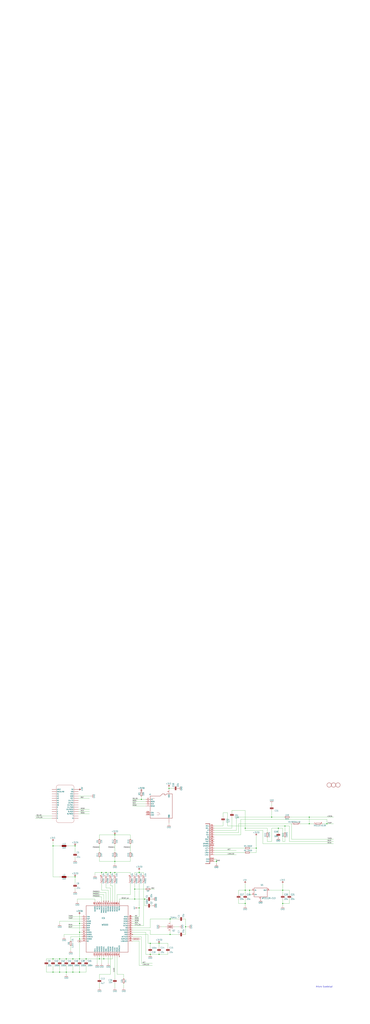
<source format=kicad_sch>
(kicad_sch (version 20211123) (generator eeschema)
  (paper "User" 425.45 1174.65)
  (junction (at 195.58 1071.88))
  (junction (at 281.94 949.96))
  (junction (at 68.58 1115.06))
  (junction (at 91.44 1069.34))
  (junction (at 355.6 944.88))
  (junction (at 154.94 1031.24))
  (junction (at 132.08 988.06))
  (junction (at 248.92 988.06))
  (junction (at 213.36 1062.99))
  (junction (at 76.2 1115.06))
  (junction (at 320.04 949.96))
  (junction (at 60.96 1099.82))
  (junction (at 160.02 1000.76))
  (junction (at 325.12 1021.08))
  (junction (at 86.36 970.28))
  (junction (at 127 1000.76))
  (junction (at 83.82 1099.82))
  (junction (at 121.92 1000.76))
  (junction (at 287.02 1021.08))
  (junction (at 182.88 1094.74))
  (junction (at 327.66 947.42))
  (junction (at 76.2 1099.82))
  (junction (at 154.94 1019.81))
  (junction (at 195.58 1054.1))
  (junction (at 68.58 1099.82))
  (junction (at 119.38 1099.82))
  (junction (at 172.72 1082.04))
  (junction (at 116.84 1000.76))
  (junction (at 312.42 937.26))
  (junction (at 60.96 1115.06))
  (junction (at 99.06 1099.82))
  (junction (at 166.37 1031.24))
  (junction (at 86.36 1005.84))
  (junction (at 91.44 1099.82))
  (junction (at 172.72 1094.74))
  (junction (at 91.44 1115.06))
  (junction (at 114.3 1099.82))
  (junction (at 160.02 1041.4))
  (junction (at 132.08 1000.76))
  (junction (at 375.92 944.88))
  (junction (at 162.56 916.94))
  (junction (at 325.12 1036.32))
  (junction (at 281.94 1036.32))
  (junction (at 83.82 1115.06))
  (junction (at 355.6 937.26))
  (junction (at 281.94 1021.08))
  (junction (at 294.64 972.82))
  (junction (at 132.08 957.58))
  (junction (at 194.31 904.24))
  (junction (at 60.96 970.28))
  (junction (at 91.44 1076.96))
  (junction (at 91.44 1059.18))
  (junction (at 182.88 1082.04))
  (wire (pts (xy 205.74 1062.99) (xy 200.66 1062.99)))
  (wire (pts (xy 114.3 957.58) (xy 132.08 957.58)))
  (wire (pts (xy 86.36 970.28) (xy 86.36 977.9)))
  (wire (pts (xy 132.08 1132.84) (xy 132.08 1127.76)))
  (wire (pts (xy 114.3 962.66) (xy 114.3 957.58)))
  (wire (pts (xy 274.32 944.88) (xy 335.28 944.88)))
  (wire (pts (xy 335.28 944.88) (xy 335.28 962.66)))
  (wire (pts (xy 165.1 1013.46) (xy 165.1 1061.72)))
  (wire (pts (xy 137.16 1031.24) (xy 154.94 1031.24)))
  (wire (pts (xy 332.74 1021.08) (xy 332.74 1026.16)))
  (wire (pts (xy 375.92 944.88) (xy 383.54 944.88)))
  (wire (pts (xy 289.56 1026.16) (xy 287.02 1026.16)))
  (wire (pts (xy 185.42 1062.99) (xy 190.5 1062.99)))
  (wire (pts (xy 149.86 988.06) (xy 149.86 982.98)))
  (wire (pts (xy 78.74 970.28) (xy 86.36 970.28)))
  (wire (pts (xy 274.32 944.88) (xy 274.32 955.04)))
  (wire (pts (xy 355.6 944.88) (xy 360.68 944.88)))
  (wire (pts (xy 119.38 1033.78) (xy 119.38 1026.16)))
  (wire (pts (xy 91.44 1107.44) (xy 91.44 1115.06)))
  (wire (pts (xy 325.12 1036.32) (xy 325.12 1031.24)))
  (wire (pts (xy 88.9 1031.24) (xy 88.9 1033.78)))
  (wire (pts (xy 109.22 1033.78) (xy 109.22 1031.24)))
  (wire (pts (xy 124.46 1021.08) (xy 124.46 1033.78)))
  (wire (pts (xy 81.28 1074.42) (xy 81.28 1079.5)))
  (wire (pts (xy 246.38 985.52) (xy 248.92 985.52)))
  (wire (pts (xy 168.91 1031.24) (xy 166.37 1031.24)))
  (wire (pts (xy 76.2 1117.6) (xy 76.2 1115.06)))
  (wire (pts (xy 83.82 1115.06) (xy 91.44 1115.06)))
  (wire (pts (xy 60.96 1005.84) (xy 60.96 970.28)))
  (wire (pts (xy 90.17 933.45) (xy 102.87 933.45)))
  (wire (pts (xy 210.82 1071.88) (xy 213.36 1071.88)))
  (wire (pts (xy 134.62 1026.16) (xy 134.62 1033.78)))
  (wire (pts (xy 170.18 1082.04) (xy 172.72 1082.04)))
  (wire (pts (xy 160.02 1051.56) (xy 152.4 1051.56)))
  (wire (pts (xy 195.58 1054.1) (xy 205.74 1054.1)))
  (wire (pts (xy 294.64 972.82) (xy 287.02 972.82)))
  (wire (pts (xy 90.17 930.91) (xy 102.87 930.91)))
  (wire (pts (xy 271.78 937.26) (xy 312.42 937.26)))
  (wire (pts (xy 53.34 1099.82) (xy 53.34 1102.36)))
  (wire (pts (xy 162.56 913.13) (xy 162.56 916.94)))
  (wire (pts (xy 152.4 1079.5) (xy 160.02 1079.5)))
  (wire (pts (xy 132.08 988.06) (xy 149.86 988.06)))
  (wire (pts (xy 312.42 922.02) (xy 312.42 924.56)))
  (wire (pts (xy 91.44 1102.36) (xy 91.44 1099.82)))
  (wire (pts (xy 132.08 957.58) (xy 149.86 957.58)))
  (wire (pts (xy 281.94 1036.32) (xy 281.94 1038.86)))
  (wire (pts (xy 355.6 944.88) (xy 355.6 937.26)))
  (wire (pts (xy 213.36 1071.88) (xy 213.36 1062.99)))
  (wire (pts (xy 109.22 1000.76) (xy 109.22 1003.3)))
  (wire (pts (xy 375.92 939.8) (xy 375.92 944.88)))
  (wire (pts (xy 152.4 1054.1) (xy 160.02 1054.1)))
  (wire (pts (xy 83.82 1102.36) (xy 83.82 1099.82)))
  (wire (pts (xy 172.72 1066.8) (xy 152.4 1066.8)))
  (wire (pts (xy 53.34 1115.06) (xy 60.96 1115.06)))
  (wire (pts (xy 160.02 1000.76) (xy 165.1 1000.76)))
  (wire (pts (xy 152.4 1069.34) (xy 167.64 1069.34)))
  (wire (pts (xy 195.58 1071.88) (xy 172.72 1071.88)))
  (wire (pts (xy 91.44 1099.82) (xy 83.82 1099.82)))
  (wire (pts (xy 160.02 1107.44) (xy 175.26 1107.44)))
  (wire (pts (xy 111.76 1097.28) (xy 111.76 1104.9)))
  (wire (pts (xy 160.02 1079.5) (xy 160.02 1107.44)))
  (wire (pts (xy 320.04 949.96) (xy 320.04 955.04)))
  (wire (pts (xy 256.54 932.18) (xy 261.62 932.18)))
  (wire (pts (xy 332.74 937.26) (xy 355.6 937.26)))
  (wire (pts (xy 167.64 924.56) (xy 152.4 924.56)))
  (wire (pts (xy 91.44 1115.06) (xy 99.06 1115.06)))
  (wire (pts (xy 149.86 1003.3) (xy 149.86 1000.76)))
  (wire (pts (xy 166.37 1038.86) (xy 166.37 1031.24)))
  (wire (pts (xy 93.98 1064.26) (xy 78.74 1064.26)))
  (wire (pts (xy 152.4 1064.26) (xy 172.72 1064.26)))
  (wire (pts (xy 168.91 1038.86) (xy 166.37 1038.86)))
  (wire (pts (xy 302.26 952.5) (xy 281.94 952.5)))
  (wire (pts (xy 274.32 1021.08) (xy 274.32 1026.16)))
  (wire (pts (xy 172.72 1071.88) (xy 172.72 1066.8)))
  (wire (pts (xy 154.94 1003.3) (xy 154.94 1000.76)))
  (wire (pts (xy 68.58 970.28) (xy 60.96 970.28)))
  (wire (pts (xy 345.44 944.88) (xy 355.6 944.88)))
  (wire (pts (xy 116.84 1028.7) (xy 106.68 1028.7)))
  (wire (pts (xy 83.82 1107.44) (xy 83.82 1115.06)))
  (wire (pts (xy 129.54 1016) (xy 129.54 1033.78)))
  (wire (pts (xy 325.12 1038.86) (xy 325.12 1036.32)))
  (wire (pts (xy 281.94 1031.24) (xy 281.94 1036.32)))
  (wire (pts (xy 109.22 1031.24) (xy 88.9 1031.24)))
  (wire (pts (xy 91.44 1059.18) (xy 91.44 1049.02)))
  (wire (pts (xy 271.78 975.36) (xy 246.38 975.36)))
  (wire (pts (xy 182.88 1087.12) (xy 182.88 1082.04)))
  (wire (pts (xy 246.38 972.82) (xy 281.94 972.82)))
  (wire (pts (xy 261.62 932.18) (xy 261.62 947.42)))
  (wire (pts (xy 327.66 965.2) (xy 325.12 965.2)))
  (wire (pts (xy 294.64 958.85) (xy 294.64 972.82)))
  (wire (pts (xy 195.58 1071.88) (xy 205.74 1071.88)))
  (wire (pts (xy 91.44 1069.34) (xy 91.44 1076.96)))
  (wire (pts (xy 307.34 960.12) (xy 307.34 965.2)))
  (wire (pts (xy 215.9 1062.99) (xy 213.36 1062.99)))
  (wire (pts (xy 175.26 1038.86) (xy 173.99 1038.86)))
  (wire (pts (xy 127 1003.3) (xy 127 1000.76)))
  (wire (pts (xy 93.98 1051.56) (xy 78.74 1051.56)))
  (wire (pts (xy 132.08 1000.76) (xy 149.86 1000.76)))
  (wire (pts (xy 68.58 1005.84) (xy 60.96 1005.84)))
  (wire (pts (xy 99.06 1102.36) (xy 99.06 1099.82)))
  (wire (pts (xy 152.4 1056.64) (xy 160.02 1056.64)))
  (wire (pts (xy 307.34 965.2) (xy 312.42 965.2)))
  (wire (pts (xy 116.84 1000.76) (xy 121.92 1000.76)))
  (wire (pts (xy 134.62 1117.6) (xy 142.24 1117.6)))
  (wire (pts (xy 68.58 1107.44) (xy 68.58 1115.06)))
  (wire (pts (xy 312.42 949.96) (xy 320.04 949.96)))
  (wire (pts (xy 114.3 982.98) (xy 114.3 988.06)))
  (wire (pts (xy 167.64 1019.81) (xy 154.94 1019.81)))
  (wire (pts (xy 86.36 1005.84) (xy 86.36 1013.46)))
  (wire (pts (xy 68.58 1056.64) (xy 68.58 1059.18)))
  (wire (pts (xy 160.02 1000.76) (xy 160.02 1003.3)))
  (wire (pts (xy 158.75 1041.4) (xy 160.02 1041.4)))
  (wire (pts (xy 90.17 928.37) (xy 102.87 928.37)))
  (wire (pts (xy 307.34 955.04) (xy 307.34 949.96)))
  (wire (pts (xy 281.94 1036.32) (xy 274.32 1036.32)))
  (wire (pts (xy 116.84 1097.28) (xy 116.84 1104.9)))
  (wire (pts (xy 193.04 1094.74) (xy 193.04 1092.2)))
  (wire (pts (xy 182.88 1094.74) (xy 193.04 1094.74)))
  (wire (pts (xy 149.86 1026.16) (xy 134.62 1026.16)))
  (wire (pts (xy 327.66 955.04) (xy 327.66 947.42)))
  (wire (pts (xy 91.44 1076.96) (xy 91.44 1099.82)))
  (wire (pts (xy 355.6 937.26) (xy 383.54 937.26)))
  (wire (pts (xy 210.82 1054.1) (xy 213.36 1054.1)))
  (wire (pts (xy 383.54 967.74) (xy 302.26 967.74)))
  (wire (pts (xy 193.04 1082.04) (xy 193.04 1087.12)))
  (wire (pts (xy 173.99 1031.24) (xy 175.26 1031.24)))
  (wire (pts (xy 137.16 1033.78) (xy 137.16 1031.24)))
  (wire (pts (xy 93.98 1054.1) (xy 78.74 1054.1)))
  (wire (pts (xy 119.38 1099.82) (xy 129.54 1099.82)))
  (wire (pts (xy 281.94 952.5) (xy 281.94 949.96)))
  (wire (pts (xy 281.94 1021.08) (xy 281.94 1026.16)))
  (wire (pts (xy 132.08 957.58) (xy 132.08 962.66)))
  (wire (pts (xy 172.72 1064.26) (xy 172.72 1054.1)))
  (wire (pts (xy 309.88 1021.08) (xy 325.12 1021.08)))
  (wire (pts (xy 73.66 1071.88) (xy 73.66 1074.42)))
  (wire (pts (xy 59.69 938.53) (xy 40.64 938.53)))
  (wire (pts (xy 182.88 1094.74) (xy 172.72 1094.74)))
  (wire (pts (xy 194.31 902.97) (xy 194.31 904.24)))
  (wire (pts (xy 142.24 1127.76) (xy 142.24 1132.84)))
  (wire (pts (xy 162.56 916.94) (xy 152.4 916.94)))
  (wire (pts (xy 332.74 1036.32) (xy 332.74 1031.24)))
  (wire (pts (xy 172.72 1054.1) (xy 195.58 1054.1)))
  (wire (pts (xy 182.88 1092.2) (xy 182.88 1094.74)))
  (wire (pts (xy 195.58 1068.07) (xy 195.58 1071.88)))
  (wire (pts (xy 274.32 1036.32) (xy 274.32 1031.24)))
  (wire (pts (xy 93.98 1071.88) (xy 73.66 1071.88)))
  (wire (pts (xy 266.7 932.18) (xy 266.7 929.64)))
  (wire (pts (xy 167.64 1069.34) (xy 167.64 1094.74)))
  (wire (pts (xy 154.94 1019.81) (xy 154.94 1013.46)))
  (wire (pts (xy 166.37 1031.24) (xy 154.94 1031.24)))
  (wire (pts (xy 281.94 1021.08) (xy 287.02 1021.08)))
  (wire (pts (xy 281.94 977.9) (xy 246.38 977.9)))
  (wire (pts (xy 127 1013.46) (xy 127 1016)))
  (wire (pts (xy 213.36 1054.1) (xy 213.36 1062.99)))
  (wire (pts (xy 248.92 985.52) (xy 248.92 988.06)))
  (wire (pts (xy 114.3 1122.68) (xy 114.3 1117.6)))
  (wire (pts (xy 149.86 957.58) (xy 149.86 962.66)))
  (wire (pts (xy 127 1117.6) (xy 127 1097.28)))
  (wire (pts (xy 119.38 1026.16) (xy 106.68 1026.16)))
  (wire (pts (xy 281.94 1021.08) (xy 274.32 1021.08)))
  (wire (pts (xy 152.4 1071.88) (xy 170.18 1071.88)))
  (wire (pts (xy 182.88 1082.04) (xy 172.72 1082.04)))
  (wire (pts (xy 93.98 1056.64) (xy 68.58 1056.64)))
  (wire (pts (xy 114.3 988.06) (xy 132.08 988.06)))
  (wire (pts (xy 276.86 957.58) (xy 246.38 957.58)))
  (wire (pts (xy 119.38 1099.82) (xy 119.38 1097.28)))
  (wire (pts (xy 134.62 1097.28) (xy 134.62 1117.6)))
  (wire (pts (xy 124.46 1097.28) (xy 124.46 1104.9)))
  (wire (pts (xy 76.2 1099.82) (xy 68.58 1099.82)))
  (wire (pts (xy 325.12 1021.08) (xy 332.74 1021.08)))
  (wire (pts (xy 194.31 904.24) (xy 194.31 905.51)))
  (wire (pts (xy 302.26 967.74) (xy 302.26 952.5)))
  (wire (pts (xy 60.96 970.28) (xy 60.96 965.2)))
  (wire (pts (xy 325.12 949.96) (xy 320.04 949.96)))
  (wire (pts (xy 116.84 1033.78) (xy 116.84 1028.7)))
  (wire (pts (xy 266.7 929.64) (xy 281.94 929.64)))
  (wire (pts (xy 121.92 1033.78) (xy 121.92 1023.62)))
  (wire (pts (xy 99.06 1099.82) (xy 114.3 1099.82)))
  (wire (pts (xy 142.24 1117.6) (xy 142.24 1122.68)))
  (wire (pts (xy 127 1018.54) (xy 121.92 1018.54)))
  (wire (pts (xy 256.54 947.42) (xy 256.54 942.34)))
  (wire (pts (xy 154.94 1000.76) (xy 160.02 1000.76)))
  (wire (pts (xy 127 1000.76) (xy 132.08 1000.76)))
  (wire (pts (xy 332.74 947.42) (xy 327.66 947.42)))
  (wire (pts (xy 132.08 988.06) (xy 132.08 990.6)))
  (wire (pts (xy 199.39 904.24) (xy 194.31 904.24)))
  (wire (pts (xy 332.74 965.2) (xy 383.54 965.2)))
  (wire (pts (xy 276.86 939.8) (xy 276.86 957.58)))
  (wire (pts (xy 114.3 1117.6) (xy 127 1117.6)))
  (wire (pts (xy 60.96 1099.82) (xy 53.34 1099.82)))
  (wire (pts (xy 104.14 913.13) (xy 90.17 913.13)))
  (wire (pts (xy 127 1016) (xy 129.54 1016)))
  (wire (pts (xy 114.3 1099.82) (xy 114.3 1097.28)))
  (wire (pts (xy 194.31 944.88) (xy 194.31 943.61)))
  (wire (pts (xy 91.44 1076.96) (xy 93.98 1076.96)))
  (wire (pts (xy 170.18 1071.88) (xy 170.18 1082.04)))
  (wire (pts (xy 60.96 1102.36) (xy 60.96 1099.82)))
  (wire (pts (xy 287.02 977.9) (xy 294.64 977.9)))
  (wire (pts (xy 167.64 922.02) (xy 152.4 922.02)))
  (wire (pts (xy 312.42 937.26) (xy 312.42 929.64)))
  (wire (pts (xy 160.02 1013.46) (xy 160.02 1041.4)))
  (wire (pts (xy 91.44 1069.34) (xy 91.44 1059.18)))
  (wire (pts (xy 68.58 1102.36) (xy 68.58 1099.82)))
  (wire (pts (xy 68.58 1099.82) (xy 60.96 1099.82)))
  (wire (pts (xy 281.94 1021.08) (xy 281.94 1013.46)))
  (wire (pts (xy 325.12 1036.32) (xy 332.74 1036.32)))
  (wire (pts (xy 246.38 947.42) (xy 256.54 947.42)))
  (wire (pts (xy 287.02 1021.08) (xy 289.56 1021.08)))
  (wire (pts (xy 167.64 916.94) (xy 162.56 916.94)))
  (wire (pts (xy 127 1033.78) (xy 127 1018.54)))
  (wire (pts (xy 149.86 1013.46) (xy 149.86 1026.16)))
  (wire (pts (xy 76.2 1115.06) (xy 83.82 1115.06)))
  (wire (pts (xy 175.26 1104.9) (xy 162.56 1104.9)))
  (wire (pts (xy 327.66 937.26) (xy 312.42 937.26)))
  (wire (pts (xy 327.66 960.12) (xy 327.66 965.2)))
  (wire (pts (xy 91.44 1059.18) (xy 93.98 1059.18)))
  (wire (pts (xy 154.94 1031.24) (xy 154.94 1019.81)))
  (wire (pts (xy 162.56 1104.9) (xy 162.56 1074.42)))
  (wire (pts (xy 335.28 962.66) (xy 383.54 962.66)))
  (wire (pts (xy 86.36 1021.08) (xy 86.36 1018.54)))
  (wire (pts (xy 116.84 1013.46) (xy 116.84 1021.08)))
  (wire (pts (xy 167.64 1094.74) (xy 172.72 1094.74)))
  (wire (pts (xy 246.38 980.44) (xy 271.78 980.44)))
  (wire (pts (xy 60.96 1115.06) (xy 68.58 1115.06)))
  (wire (pts (xy 261.62 947.42) (xy 327.66 947.42)))
  (wire (pts (xy 167.64 919.48) (xy 152.4 919.48)))
  (wire (pts (xy 271.78 952.5) (xy 246.38 952.5)))
  (wire (pts (xy 256.54 937.26) (xy 256.54 932.18)))
  (wire (pts (xy 370.84 944.88) (xy 375.92 944.88)))
  (wire (pts (xy 172.72 1094.74) (xy 172.72 1092.2)))
  (wire (pts (xy 246.38 949.96) (xy 266.7 949.96)))
  (wire (pts (xy 332.74 947.42) (xy 332.74 965.2)))
  (wire (pts (xy 307.34 949.96) (xy 281.94 949.96)))
  (wire (pts (xy 160.02 1041.4) (xy 160.02 1051.56)))
  (wire (pts (xy 78.74 1005.84) (xy 86.36 1005.84)))
  (wire (pts (xy 116.84 1021.08) (xy 124.46 1021.08)))
  (wire (pts (xy 114.3 1127.76) (xy 114.3 1132.84)))
  (wire (pts (xy 116.84 1003.3) (xy 116.84 1000.76)))
  (wire (pts (xy 132.08 977.9) (xy 132.08 967.74)))
  (wire (pts (xy 195.58 1057.91) (xy 195.58 1054.1)))
  (wire (pts (xy 287.02 1026.16) (xy 287.02 1021.08)))
  (wire (pts (xy 121.92 1003.3) (xy 121.92 1000.76)))
  (wire (pts (xy 152.4 1059.18) (xy 160.02 1059.18)))
  (wire (pts (xy 149.86 977.9) (xy 149.86 967.74)))
  (wire (pts (xy 93.98 1074.42) (xy 81.28 1074.42)))
  (wire (pts (xy 248.92 988.06) (xy 248.92 990.6)))
  (wire (pts (xy 59.69 935.99) (xy 40.64 935.99)))
  (wire (pts (xy 152.4 1074.42) (xy 162.56 1074.42)))
  (wire (pts (xy 76.2 1102.36) (xy 76.2 1099.82)))
  (wire (pts (xy 121.92 1018.54) (xy 121.92 1013.46)))
  (wire (pts (xy 114.3 1099.82) (xy 119.38 1099.82)))
  (wire (pts (xy 281.94 929.64) (xy 281.94 949.96)))
  (wire (pts (xy 53.34 1107.44) (xy 53.34 1115.06)))
  (wire (pts (xy 99.06 1115.06) (xy 99.06 1107.44)))
  (wire (pts (xy 248.92 988.06) (xy 246.38 988.06)))
  (wire (pts (xy 152.4 1061.72) (xy 165.1 1061.72)))
  (wire (pts (xy 132.08 1122.68) (xy 132.08 1097.28)))
  (wire (pts (xy 114.3 977.9) (xy 114.3 967.74)))
  (wire (pts (xy 172.72 1082.04) (xy 172.72 1087.12)))
  (wire (pts (xy 325.12 1026.16) (xy 325.12 1021.08)))
  (wire (pts (xy 276.86 939.8) (xy 375.92 939.8)))
  (wire (pts (xy 86.36 985.52) (xy 86.36 982.98)))
  (wire (pts (xy 93.98 1069.34) (xy 91.44 1069.34)))
  (wire (pts (xy 91.44 1099.82) (xy 99.06 1099.82)))
  (wire (pts (xy 160.02 1000.76) (xy 160.02 998.22)))
  (wire (pts (xy 129.54 1099.82) (xy 129.54 1097.28)))
  (wire (pts (xy 172.72 1019.81) (xy 177.8 1019.81)))
  (wire (pts (xy 325.12 965.2) (xy 325.12 949.96)))
  (wire (pts (xy 76.2 1107.44) (xy 76.2 1115.06)))
  (wire (pts (xy 132.08 988.06) (xy 132.08 982.98)))
  (wire (pts (xy 294.64 977.9) (xy 294.64 972.82)))
  (wire (pts (xy 325.12 1021.08) (xy 325.12 1013.46)))
  (wire (pts (xy 60.96 1107.44) (xy 60.96 1115.06)))
  (wire (pts (xy 274.32 955.04) (xy 246.38 955.04)))
  (wire (pts (xy 121.92 1000.76) (xy 127 1000.76)))
  (wire (pts (xy 271.78 937.26) (xy 271.78 952.5)))
  (wire (pts (xy 68.58 1115.06) (xy 76.2 1115.06)))
  (wire (pts (xy 93.98 1061.72) (xy 78.74 1061.72)))
  (wire (pts (xy 116.84 1000.76) (xy 109.22 1000.76)))
  (wire (pts (xy 266.7 949.96) (xy 266.7 937.26)))
  (wire (pts (xy 121.92 1023.62) (xy 106.68 1023.62)))
  (wire (pts (xy 83.82 1099.82) (xy 76.2 1099.82)))
  (wire (pts (xy 132.08 1000.76) (xy 132.08 1003.3)))
  (wire (pts (xy 182.88 1082.04) (xy 193.04 1082.04)))
  (wire (pts (xy 81.28 1084.58) (xy 81.28 1089.66)))
  (wire (pts (xy 165.1 1000.76) (xy 165.1 1003.3)))
  (wire (pts (xy 90.17 915.67) (xy 102.87 915.67)))
  (wire (pts (xy 312.42 965.2) (xy 312.42 949.96)))
  (wire (pts (xy 132.08 1013.46) (xy 132.08 1033.78)))
  (text "Arturo Guadalupi" (at 363.22 1132.84 180) (effects (font (size 1.778 1.5113)) (justify left bottom)))
  (label "PMODE2" (at 149.86 972.82 180) (effects (font (size 1.2446 1.2446))))
  (label "PMODE0" (at 106.68 1028.7 0) (effects (font (size 1.2446 1.2446))))
  (label "LINKLED" (at 261.62 980.44 0) (effects (font (size 1.2446 1.2446))))
  (label "TXON" (at 78.74 1051.56 0) (effects (font (size 1.2446 1.2446))))
  (label "INT" (at 154.94 1051.56 0) (effects (font (size 1.2446 1.2446))))
  (label "PMODE2" (at 106.68 1023.62 0) (effects (font (size 1.2446 1.2446))))
  (label "TXOP" (at 78.74 1054.1 0) (effects (font (size 1.2446 1.2446))))
  (label "PMODE0" (at 114.3 972.82 180) (effects (font (size 1.2446 1.2446))))
  (label "SCK" (at 152.4 922.02 0) (effects (font (size 1.2446 1.2446))))
  (label "ACT" (at 261.62 975.36 0) (effects (font (size 1.2446 1.2446))))
  (label "PMODE1" (at 106.68 1026.16 0) (effects (font (size 1.2446 1.2446))))
  (label "SD_SS" (at 41.91 935.99 0) (effects (font (size 1.2446 1.2446))))
  (label "MISO" (at 154.94 1056.64 0) (effects (font (size 1.2446 1.2446))))
  (label "SCK" (at 154.94 1059.18 0) (effects (font (size 1.2446 1.2446))))
  (label "PMODE1" (at 132.08 972.82 180) (effects (font (size 1.2446 1.2446))))
  (label "RESET_W" (at 139.7 1031.24 0) (effects (font (size 1.2446 1.2446))))
  (label "ACT" (at 163.83 1104.9 0) (effects (font (size 1.2446 1.2446))))
  (label "LINKLED" (at 163.83 1107.44 0) (effects (font (size 1.2446 1.2446))))
  (label "RST" (at 92.71 915.67 0) (effects (font (size 1.2446 1.2446))))
  (label "RXIP" (at 376.555 965.2 0) (effects (font (size 1.2446 1.2446))))
  (label "RXIP" (at 78.74 1064.26 0) (effects (font (size 1.2446 1.2446))))
  (label "1V2O" (at 132.08 1115.06 90) (effects (font (size 1.2446 1.2446))))
  (label "MOSI" (at 152.4 919.48 0) (effects (font (size 1.2446 1.2446))))
  (label "SCK" (at 92.71 930.91 0) (effects (font (size 1.2446 1.2446))))
  (label "SD_SS" (at 152.4 916.94 0) (effects (font (size 1.2446 1.2446))))
  (label "GND" (at 248.92 988.06 0) (effects (font (size 1.2446 1.2446))))
  (label "RXIN" (at 78.74 1061.72 0) (effects (font (size 1.2446 1.2446))))
  (label "MOSI" (at 154.94 1054.1 0) (effects (font (size 1.2446 1.2446))))
  (label "RXIN" (at 376.555 967.74 0) (effects (font (size 1.2446 1.2446))))
  (label "ETH_SS" (at 41.91 938.53 0) (effects (font (size 1.2446 1.2446))))
  (label "MISO" (at 92.71 928.37 0) (effects (font (size 1.2446 1.2446))))
  (label "ETH_SS" (at 154.94 1061.72 0) (effects (font (size 1.2446 1.2446))))
  (label "MISO" (at 152.4 924.56 0) (effects (font (size 1.2446 1.2446))))
  (label "RST" (at 173.99 1019.81 0) (effects (font (size 1.2446 1.2446))))
  (label "MOSI" (at 92.71 933.45 0) (effects (font (size 1.2446 1.2446))))
  (label "TXON" (at 376.555 962.66 0) (effects (font (size 1.2446 1.2446))))
  (label "+3V3A" (at 375.92 937.26 0) (effects (font (size 1.2446 1.2446))))
  (label "TXOP" (at 376.555 944.88 0) (effects (font (size 1.2446 1.2446))))
  (global_label "NC" (shape bidirectional) (at 93.98 1079.5 180) (effects (font (size 1.016 1.016))) (property "Intersheet References" "${INTERSHEET_REFS}" (effects hide)))
  (global_label "DUPLED" (shape bidirectional) (at 152.4 1076.96 0) (effects (font (size 1.016 1.016))) (property "Intersheet References" "${INTERSHEET_REFS}" (effects hide)))
  (symbol (lib_id "MKRETHShieldV2.0-eagle-import:W5500") (at 124.46 1064.26 0) (unit 1)
    (property "Reference" "IC6" (at 116.84 1054.1 0) (effects (font (size 1.778 1.5113)) (justify left bottom)))
    (property "Value" "W5500" (at 116.84 1061.72 0) (effects (font (size 1.778 1.5113)) (justify left bottom)))
    (property "Footprint" "MKRETHShieldV2.0:TQFP48-7X7" (effects hide))
  )
  (symbol (lib_id "MKRETHShieldV2.0-eagle-import:GND") (at 106.68 913.13 90) (unit 1)
    (property "Reference" "#GND3" (effects hide))
    (property "Value" "GND" (at 109.22 915.67 0) (effects (font (size 1.778 1.5113)) (justify left bottom)))
    (property "Footprint" "MKRETHShieldV2.0:" (effects hide))
  )
  (symbol (lib_id "MKRETHShieldV2.0-eagle-import:+3V3A") (at 86.36 967.74 0) (unit 1)
    (property "Reference" "#+3V3A2" (effects hide))
    (property "Value" "+3V3A" (at 86.36 967.232 0) (effects (font (size 1.778 1.5113)) (justify bottom)))
    (property "Footprint" "MKRETHShieldV2.0:" (effects hide))
  )
  (symbol (lib_id "MKRETHShieldV2.0-eagle-import:4R-NCAY16") (at 365.76 944.88 0) (unit 1)
    (property "Reference" "RN11" (at 360.68 947.928 0) (effects (font (size 1.778 1.5113)) (justify left bottom)))
    (property "Value" "49.9R" (at 368.3 947.928 0) (effects (font (size 1.778 1.5113)) (justify left bottom)))
    (property "Footprint" "MKRETHShieldV2.0:CAY16" (effects hide))
  )
  (symbol (lib_id "MKRETHShieldV2.0-eagle-import:SD_AMPHENOL-SPI") (at 185.42 924.56 0) (unit 1)
    (property "Reference" "J1" (at 171.45 911.86 0) (effects (font (size 1.27 1.0795)) (justify left bottom)))
    (property "Value" "-" (effects hide))
    (property "Footprint" "MKRETHShieldV2.0:AMPHENOL_114-00841-68" (effects hide))
  )
  (symbol (lib_id "MKRETHShieldV2.0-eagle-import:R-0402") (at 149.86 965.2 90) (unit 1)
    (property "Reference" "R10" (at 148.59 965.2 0) (effects (font (size 1.778 1.5113)) (justify bottom)))
    (property "Value" "10k" (at 151.13 965.2 0) (effects (font (size 1.778 1.5113)) (justify top)))
    (property "Footprint" "MKRETHShieldV2.0:0402-1005X55N" (effects hide))
  )
  (symbol (lib_id "MKRETHShieldV2.0-eagle-import:GND") (at 177.8 1038.86 90) (mirror x) (unit 1)
    (property "Reference" "#GND5" (effects hide))
    (property "Value" "GND" (at 180.34 1036.32 0) (effects (font (size 1.778 1.5113)) (justify left bottom)))
    (property "Footprint" "MKRETHShieldV2.0:" (effects hide))
  )
  (symbol (lib_id "MKRETHShieldV2.0-eagle-import:+3V3D") (at 160.02 995.68 0) (unit 1)
    (property "Reference" "#+3V3D1" (effects hide))
    (property "Value" "+3V3D" (at 160.02 995.172 0) (effects (font (size 1.778 1.5113)) (justify bottom)))
    (property "Footprint" "MKRETHShieldV2.0:" (effects hide))
  )
  (symbol (lib_id "MKRETHShieldV2.0-eagle-import:GND") (at 81.28 1092.2 0) (mirror y) (unit 1)
    (property "Reference" "#GND69" (effects hide))
    (property "Value" "GND" (at 83.82 1094.74 0) (effects (font (size 1.778 1.5113)) (justify left bottom)))
    (property "Footprint" "MKRETHShieldV2.0:" (effects hide))
  )
  (symbol (lib_id "MKRETHShieldV2.0-eagle-import:GND") (at 281.94 1041.4 0) (unit 1)
    (property "Reference" "#GND20" (effects hide))
    (property "Value" "GND" (at 279.4 1043.94 0) (effects (font (size 1.778 1.5113)) (justify left bottom)))
    (property "Footprint" "MKRETHShieldV2.0:" (effects hide))
  )
  (symbol (lib_id "MKRETHShieldV2.0-eagle-import:C-0402") (at 99.06 1104.9 0) (unit 1)
    (property "Reference" "C45" (at 100.584 1103.249 0) (effects (font (size 1.778 1.5113)) (justify left bottom)))
    (property "Value" "100n" (at 100.584 1108.329 0) (effects (font (size 1.778 1.5113)) (justify left bottom)))
    (property "Footprint" "MKRETHShieldV2.0:0402-1005X55N" (effects hide))
  )
  (symbol (lib_id "MKRETHShieldV2.0-eagle-import:AP2112K-3.3") (at 299.72 1023.62 0) (unit 1)
    (property "Reference" "U1" (at 299.72 1016 0) (effects (font (size 1.778 1.5113)) (justify left bottom)))
    (property "Value" "AP2112K-3.3" (at 300.99 1031.24 0) (effects (font (size 1.778 1.5113)) (justify left bottom)))
    (property "Footprint" "MKRETHShieldV2.0:SOT25" (effects hide))
  )
  (symbol (lib_id "MKRETHShieldV2.0-eagle-import:C-0402") (at 76.2 1104.9 0) (unit 1)
    (property "Reference" "C41" (at 77.724 1103.249 0) (effects (font (size 1.778 1.5113)) (justify left bottom)))
    (property "Value" "100n" (at 77.724 1108.329 0) (effects (font (size 1.778 1.5113)) (justify left bottom)))
    (property "Footprint" "MKRETHShieldV2.0:0402-1005X55N" (effects hide))
  )
  (symbol (lib_id "MKRETHShieldV2.0-eagle-import:C-0805") (at 281.94 1028.7 0) (unit 1)
    (property "Reference" "C16" (at 283.464 1027.049 0) (effects (font (size 1.778 1.5113)) (justify left bottom)))
    (property "Value" "22u" (at 283.464 1032.129 0) (effects (font (size 1.778 1.5113)) (justify left bottom)))
    (property "Footprint" "MKRETHShieldV2.0:0805-R2013X50N" (effects hide))
  )
  (symbol (lib_id "MKRETHShieldV2.0-eagle-import:4R-NCAY16") (at 116.84 1008.38 90) (unit 1)
    (property "Reference" "RN9" (at 119.888 1013.46 0) (effects (font (size 1.778 1.5113)) (justify left bottom)))
    (property "Value" "10k" (at 119.888 1005.84 0) (effects (font (size 1.778 1.5113)) (justify left bottom)))
    (property "Footprint" "MKRETHShieldV2.0:CAY16" (effects hide))
  )
  (symbol (lib_id "MKRETHShieldV2.0-eagle-import:C-0805") (at 201.93 904.24 90) (unit 1)
    (property "Reference" "C10" (at 200.279 902.716 0) (effects (font (size 1.778 1.5113)) (justify left bottom)))
    (property "Value" "22u" (at 205.359 902.716 0) (effects (font (size 1.778 1.5113)) (justify left bottom)))
    (property "Footprint" "MKRETHShieldV2.0:0805-R2013X50N" (effects hide))
  )
  (symbol (lib_id "MKRETHShieldV2.0-eagle-import:GND") (at 76.2 1120.14 0) (mirror y) (unit 1)
    (property "Reference" "#GND68" (effects hide))
    (property "Value" "GND" (at 78.74 1122.68 0) (effects (font (size 1.778 1.5113)) (justify left bottom)))
    (property "Footprint" "MKRETHShieldV2.0:" (effects hide))
  )
  (symbol (lib_id "MKRETHShieldV2.0-eagle-import:GND") (at 299.72 1033.78 0) (unit 1)
    (property "Reference" "#GND10" (effects hide))
    (property "Value" "GND" (at 297.18 1036.32 0) (effects (font (size 1.778 1.5113)) (justify left bottom)))
    (property "Footprint" "MKRETHShieldV2.0:" (effects hide))
  )
  (symbol (lib_id "MKRETHShieldV2.0-eagle-import:GND") (at 248.92 993.14 0) (unit 1)
    (property "Reference" "#GND28" (effects hide))
    (property "Value" "GND" (at 246.38 995.68 0) (effects (font (size 1.778 1.5113)) (justify left bottom)))
    (property "Footprint" "MKRETHShieldV2.0:" (effects hide))
  )
  (symbol (lib_id "MKRETHShieldV2.0-eagle-import:+3V3D") (at 132.08 955.04 0) (unit 1)
    (property "Reference" "#+3V3D4" (effects hide))
    (property "Value" "+3V3D" (at 132.08 954.532 0) (effects (font (size 1.778 1.5113)) (justify bottom)))
    (property "Footprint" "MKRETHShieldV2.0:" (effects hide))
  )
  (symbol (lib_id "MKRETHShieldV2.0-eagle-import:GND") (at 111.76 1107.44 0) (mirror y) (unit 1)
    (property "Reference" "#GND61" (effects hide))
    (property "Value" "GND" (at 114.3 1109.98 0) (effects (font (size 1.778 1.5113)) (justify left bottom)))
    (property "Footprint" "MKRETHShieldV2.0:" (effects hide))
  )
  (symbol (lib_id "MKRETHShieldV2.0-eagle-import:C-0402") (at 208.28 1054.1 90) (unit 1)
    (property "Reference" "C3" (at 206.629 1052.576 0) (effects (font (size 1.778 1.5113)) (justify left bottom)))
    (property "Value" "10p" (at 211.709 1052.576 0) (effects (font (size 1.778 1.5113)) (justify left bottom)))
    (property "Footprint" "MKRETHShieldV2.0:0402-1005X55N" (effects hide))
  )
  (symbol (lib_id "MKRETHShieldV2.0-eagle-import:GND") (at 182.88 1062.99 270) (mirror x) (unit 1)
    (property "Reference" "#GND22" (effects hide))
    (property "Value" "GND" (at 180.34 1065.53 0) (effects (font (size 1.778 1.5113)) (justify left bottom)))
    (property "Footprint" "MKRETHShieldV2.0:" (effects hide))
  )
  (symbol (lib_id "MKRETHShieldV2.0-eagle-import:C-0805") (at 332.74 1028.7 0) (unit 1)
    (property "Reference" "C21" (at 334.264 1027.049 0) (effects (font (size 1.778 1.5113)) (justify left bottom)))
    (property "Value" "22u" (at 334.264 1032.129 0) (effects (font (size 1.778 1.5113)) (justify left bottom)))
    (property "Footprint" "MKRETHShieldV2.0:0805-R2013X50N" (effects hide))
  )
  (symbol (lib_id "MKRETHShieldV2.0-eagle-import:+3V3D") (at 162.56 905.51 0) (unit 1)
    (property "Reference" "#+3V3D5" (effects hide))
    (property "Value" "+3V3D" (at 162.56 905.002 0) (effects (font (size 1.778 1.5113)) (justify bottom)))
    (property "Footprint" "MKRETHShieldV2.0:" (effects hide))
  )
  (symbol (lib_id "MKRETHShieldV2.0-eagle-import:GND") (at 312.42 919.48 180) (unit 1)
    (property "Reference" "#GND43" (effects hide))
    (property "Value" "GND" (at 314.96 916.94 0) (effects (font (size 1.778 1.5113)) (justify left bottom)))
    (property "Footprint" "MKRETHShieldV2.0:" (effects hide))
  )
  (symbol (lib_id "MKRETHShieldV2.0-eagle-import:R-0402") (at 114.3 980.44 90) (unit 1)
    (property "Reference" "R11" (at 113.03 980.44 0) (effects (font (size 1.778 1.5113)) (justify bottom)))
    (property "Value" "DNP" (at 115.57 980.44 0) (effects (font (size 1.778 1.5113)) (justify top)))
    (property "Footprint" "MKRETHShieldV2.0:0402-1005X55N" (effects hide))
  )
  (symbol (lib_id "MKRETHShieldV2.0-eagle-import:GND") (at 194.31 947.42 0) (unit 1)
    (property "Reference" "#GND1" (effects hide))
    (property "Value" "GND" (at 191.77 949.96 0) (effects (font (size 1.778 1.5113)) (justify left bottom)))
    (property "Footprint" "MKRETHShieldV2.0:" (effects hide))
  )
  (symbol (lib_id "MKRETHShieldV2.0-eagle-import:C-0402") (at 208.28 1071.88 90) (unit 1)
    (property "Reference" "C7" (at 206.629 1070.356 0) (effects (font (size 1.778 1.5113)) (justify left bottom)))
    (property "Value" "10p" (at 211.709 1070.356 0) (effects (font (size 1.778 1.5113)) (justify left bottom)))
    (property "Footprint" "MKRETHShieldV2.0:0402-1005X55N" (effects hide))
  )
  (symbol (lib_id "MKRETHShieldV2.0-eagle-import:C-0402") (at 132.08 1125.22 180) (unit 1)
    (property "Reference" "C36" (at 124.587 1125.22 0) (effects (font (size 1.778 1.5113)) (justify right top)))
    (property "Value" "10n" (at 124.841 1127.76 0) (effects (font (size 1.778 1.5113)) (justify right top)))
    (property "Footprint" "MKRETHShieldV2.0:0402-1005X55N" (effects hide))
  )
  (symbol (lib_id "MKRETHShieldV2.0-eagle-import:C-0402") (at 83.82 1104.9 0) (unit 1)
    (property "Reference" "C40" (at 85.344 1103.249 0) (effects (font (size 1.778 1.5113)) (justify left bottom)))
    (property "Value" "100n" (at 85.344 1108.329 0) (effects (font (size 1.778 1.5113)) (justify left bottom)))
    (property "Footprint" "MKRETHShieldV2.0:0402-1005X55N" (effects hide))
  )
  (symbol (lib_id "MKRETHShieldV2.0-eagle-import:C-0805") (at 274.32 1028.7 0) (unit 1)
    (property "Reference" "C17" (at 275.844 1027.049 0) (effects (font (size 1.778 1.5113)) (justify left bottom)))
    (property "Value" "22u" (at 275.844 1032.129 0) (effects (font (size 1.778 1.5113)) (justify left bottom)))
    (property "Footprint" "MKRETHShieldV2.0:0805-R2013X50N" (effects hide))
  )
  (symbol (lib_id "MKRETHShieldV2.0-eagle-import:C-0402") (at 68.58 1104.9 0) (unit 1)
    (property "Reference" "C42" (at 70.104 1103.249 0) (effects (font (size 1.778 1.5113)) (justify left bottom)))
    (property "Value" "100n" (at 70.104 1108.329 0) (effects (font (size 1.778 1.5113)) (justify left bottom)))
    (property "Footprint" "MKRETHShieldV2.0:0402-1005X55N" (effects hide))
  )
  (symbol (lib_id "MKRETHShieldV2.0-eagle-import:TPTP-1.27MM") (at 156.21 1041.4 90) (unit 1)
    (property "Reference" "INT" (at 155.702 1041.4 0) (effects (font (size 1.778 1.5113)) (justify bottom)))
    (property "Value" "DNP" (effects hide))
    (property "Footprint" "MKRETHShieldV2.0:TP-1.27MM" (effects hide))
  )
  (symbol (lib_id "MKRETHShieldV2.0-eagle-import:4R-NCAY16") (at 340.36 944.88 180) (unit 2)
    (property "Reference" "RN11" (at 345.44 941.832 0) (effects (font (size 1.778 1.5113)) (justify left bottom)))
    (property "Value" "49.9R" (at 337.82 941.832 0) (effects (font (size 1.778 1.5113)) (justify left bottom)))
    (property "Footprint" "MKRETHShieldV2.0:CAY16" (effects hide))
  )
  (symbol (lib_id "MKRETHShieldV2.0-eagle-import:C-0805") (at 171.45 1031.24 90) (unit 1)
    (property "Reference" "C1" (at 169.799 1029.716 0) (effects (font (size 1.778 1.5113)) (justify left bottom)))
    (property "Value" "22u" (at 174.879 1029.716 0) (effects (font (size 1.778 1.5113)) (justify left bottom)))
    (property "Footprint" "MKRETHShieldV2.0:0805-R2013X50N" (effects hide))
  )
  (symbol (lib_id "MKRETHShieldV2.0-eagle-import:4R-NCAY16") (at 149.86 1008.38 90) (unit 1)
    (property "Reference" "RN8" (at 152.908 1013.46 0) (effects (font (size 1.778 1.5113)) (justify left bottom)))
    (property "Value" "10k" (at 152.908 1005.84 0) (effects (font (size 1.778 1.5113)) (justify left bottom)))
    (property "Footprint" "MKRETHShieldV2.0:CAY16" (effects hide))
  )
  (symbol (lib_id "MKRETHShieldV2.0-eagle-import:C-0402") (at 320.04 957.58 180) (unit 1)
    (property "Reference" "C19" (at 315.087 955.04 0) (effects (font (size 1.778 1.5113)) (justify right top)))
    (property "Value" "10n" (at 315.341 960.12 0) (effects (font (size 1.778 1.5113)) (justify right top)))
    (property "Footprint" "MKRETHShieldV2.0:0402-1005X55N" (effects hide))
  )
  (symbol (lib_id "MKRETHShieldV2.0-eagle-import:R-0402") (at 142.24 1125.22 270) (mirror x) (unit 1)
    (property "Reference" "R4" (at 143.51 1125.22 0) (effects (font (size 1.778 1.5113)) (justify bottom)))
    (property "Value" "10k" (at 140.97 1125.22 0) (effects (font (size 1.778 1.5113)) (justify top)))
    (property "Footprint" "MKRETHShieldV2.0:0402-1005X55N" (effects hide))
  )
  (symbol (lib_id "MKRETHShieldV2.0-eagle-import:4R-NCAY16") (at 160.02 1008.38 90) (unit 3)
    (property "Reference" "RN8" (at 163.068 1013.46 0) (effects (font (size 1.778 1.5113)) (justify left bottom)))
    (property "Value" "10k" (at 163.068 1005.84 0) (effects (font (size 1.778 1.5113)) (justify left bottom)))
    (property "Footprint" "MKRETHShieldV2.0:CAY16" (effects hide))
  )
  (symbol (lib_id "MKRETHShieldV2.0-eagle-import:FIDUCIAL-1.5MM") (at 378.46 900.43 0) (unit 1)
    (property "Reference" "U$1" (effects hide))
    (property "Value" "DNP" (effects hide))
    (property "Footprint" "MKRETHShieldV2.0:FD-1-1.5" (effects hide))
  )
  (symbol (lib_id "MKRETHShieldV2.0-eagle-import:R-0402") (at 307.34 957.58 90) (unit 1)
    (property "Reference" "R22" (at 306.07 957.58 0) (effects (font (size 1.778 1.5113)) (justify bottom)))
    (property "Value" "49R9" (at 308.61 957.58 0) (effects (font (size 1.778 1.5113)) (justify top)))
    (property "Footprint" "MKRETHShieldV2.0:0402-1005X55N" (effects hide))
  )
  (symbol (lib_id "MKRETHShieldV2.0-eagle-import:C-0805") (at 86.36 980.44 0) (unit 1)
    (property "Reference" "C5" (at 87.884 978.789 0) (effects (font (size 1.778 1.5113)) (justify left bottom)))
    (property "Value" "22u" (at 87.884 983.869 0) (effects (font (size 1.778 1.5113)) (justify left bottom)))
    (property "Footprint" "MKRETHShieldV2.0:0805-R2013X50N" (effects hide))
  )
  (symbol (lib_id "MKRETHShieldV2.0-eagle-import:GND") (at 73.66 1076.96 0) (mirror y) (unit 1)
    (property "Reference" "#GND63" (effects hide))
    (property "Value" "GND" (at 76.2 1079.5 0) (effects (font (size 1.778 1.5113)) (justify left bottom)))
    (property "Footprint" "MKRETHShieldV2.0:" (effects hide))
  )
  (symbol (lib_id "MKRETHShieldV2.0-eagle-import:C-0603") (at 182.88 1089.66 0) (unit 1)
    (property "Reference" "C14" (at 184.404 1088.009 0) (effects (font (size 1.778 1.5113)) (justify left bottom)))
    (property "Value" "10u" (at 184.404 1093.089 0) (effects (font (size 1.778 1.5113)) (justify left bottom)))
    (property "Footprint" "MKRETHShieldV2.0:0603-1608X90N" (effects hide))
  )
  (symbol (lib_id "MKRETHShieldV2.0-eagle-import:FIDUCIAL-1.5MM") (at 383.54 900.43 0) (unit 1)
    (property "Reference" "U$2" (effects hide))
    (property "Value" "DNP" (effects hide))
    (property "Footprint" "MKRETHShieldV2.0:FD-1-1.5" (effects hide))
  )
  (symbol (lib_id "MKRETHShieldV2.0-eagle-import:GND") (at 124.46 1107.44 0) (mirror y) (unit 1)
    (property "Reference" "#GND41" (effects hide))
    (property "Value" "GND" (at 127 1109.98 0) (effects (font (size 1.778 1.5113)) (justify left bottom)))
    (property "Footprint" "MKRETHShieldV2.0:" (effects hide))
  )
  (symbol (lib_id "MKRETHShieldV2.0-eagle-import:25MHZ") (at 195.58 1062.99 270) (unit 1)
    (property "Reference" "Q2" (at 198.12 1068.324 90) (effects (font (size 1.778 1.5113)) (justify left bottom)))
    (property "Value" "25MHz" (at 203.2 1051.56 90) (effects (font (size 1.778 1.5113)) (justify right top)))
    (property "Footprint" "MKRETHShieldV2.0:CRYSTAL3.2X2.5" (effects hide))
  )
  (symbol (lib_id "MKRETHShieldV2.0-eagle-import:C-0603") (at 193.04 1089.66 0) (unit 1)
    (property "Reference" "C15" (at 194.564 1088.009 0) (effects (font (size 1.778 1.5113)) (justify left bottom)))
    (property "Value" "10u" (at 194.564 1093.089 0) (effects (font (size 1.778 1.5113)) (justify left bottom)))
    (property "Footprint" "MKRETHShieldV2.0:0603-1608X90N" (effects hide))
  )
  (symbol (lib_id "MKRETHShieldV2.0-eagle-import:GND") (at 132.08 993.14 0) (mirror y) (unit 1)
    (property "Reference" "#GND19" (effects hide))
    (property "Value" "GND" (at 134.62 995.68 0) (effects (font (size 1.778 1.5113)) (justify left bottom)))
    (property "Footprint" "MKRETHShieldV2.0:" (effects hide))
  )
  (symbol (lib_id "MKRETHShieldV2.0-eagle-import:+5V") (at 92.71 905.51 270) (unit 1)
    (property "Reference" "#P+1" (effects hide))
    (property "Value" "+5V" (at 95.25 907.415 0) (effects (font (size 1.778 1.5113)) (justify right top)))
    (property "Footprint" "MKRETHShieldV2.0:" (effects hide))
  )
  (symbol (lib_id "MKRETHShieldV2.0-eagle-import:GND") (at 86.36 988.06 0) (mirror y) (unit 1)
    (property "Reference" "#GND65" (effects hide))
    (property "Value" "GND" (at 88.9 990.6 0) (effects (font (size 1.778 1.5113)) (justify left bottom)))
    (property "Footprint" "MKRETHShieldV2.0:" (effects hide))
  )
  (symbol (lib_id "MKRETHShieldV2.0-eagle-import:C-0805") (at 53.34 1104.9 0) (unit 1)
    (property "Reference" "C9" (at 54.864 1103.249 0) (effects (font (size 1.778 1.5113)) (justify left bottom)))
    (property "Value" "22u" (at 54.864 1108.329 0) (effects (font (size 1.778 1.5113)) (justify left bottom)))
    (property "Footprint" "MKRETHShieldV2.0:0805-R2013X50N" (effects hide))
  )
  (symbol (lib_id "MKRETHShieldV2.0-eagle-import:+3V3") (at 325.12 1010.92 0) (unit 1)
    (property "Reference" "#+3V3" (effects hide))
    (property "Value" "+3V3" (at 327.66 1008.38 0) (effects (font (size 1.778 1.5113)) (justify right top)))
    (property "Footprint" "MKRETHShieldV2.0:" (effects hide))
  )
  (symbol (lib_id "MKRETHShieldV2.0-eagle-import:GND") (at 109.22 1005.84 0) (mirror y) (unit 1)
    (property "Reference" "#GND27" (effects hide))
    (property "Value" "GND" (at 111.76 1008.38 0) (effects (font (size 1.778 1.5113)) (justify left bottom)))
    (property "Footprint" "MKRETHShieldV2.0:" (effects hide))
  )
  (symbol (lib_id "MKRETHShieldV2.0-eagle-import:FIDUCIAL-1.5MM") (at 388.62 900.43 0) (unit 1)
    (property "Reference" "U$3" (effects hide))
    (property "Value" "DNP" (effects hide))
    (property "Footprint" "MKRETHShieldV2.0:FD-1-1.5" (effects hide))
  )
  (symbol (lib_id "MKRETHShieldV2.0-eagle-import:GND") (at 68.58 1061.72 0) (mirror y) (unit 1)
    (property "Reference" "#GND67" (effects hide))
    (property "Value" "GND" (at 71.12 1064.26 0) (effects (font (size 1.778 1.5113)) (justify left bottom)))
    (property "Footprint" "MKRETHShieldV2.0:" (effects hide))
  )
  (symbol (lib_id "MKRETHShieldV2.0-eagle-import:R-0402") (at 284.48 972.82 0) (unit 1)
    (property "Reference" "R5" (at 281.94 971.55 0) (effects (font (size 1.778 1.5113)) (justify bottom)))
    (property "Value" "390R" (at 287.02 971.55 0) (effects (font (size 1.778 1.5113)) (justify bottom)))
    (property "Footprint" "MKRETHShieldV2.0:0402-1005X55N" (effects hide))
  )
  (symbol (lib_id "MKRETHShieldV2.0-eagle-import:GND") (at 172.72 1097.28 0) (mirror y) (unit 1)
    (property "Reference" "#GND13" (effects hide))
    (property "Value" "GND" (at 175.26 1099.82 0) (effects (font (size 1.778 1.5113)) (justify left bottom)))
    (property "Footprint" "MKRETHShieldV2.0:" (effects hide))
  )
  (symbol (lib_id "MKRETHShieldV2.0-eagle-import:R-0402") (at 327.66 957.58 90) (unit 1)
    (property "Reference" "R23" (at 326.39 957.58 0) (effects (font (size 1.778 1.5113)) (justify bottom)))
    (property "Value" "49R9" (at 328.93 957.58 0) (effects (font (size 1.778 1.5113)) (justify top)))
    (property "Footprint" "MKRETHShieldV2.0:0402-1005X55N" (effects hide))
  )
  (symbol (lib_id "MKRETHShieldV2.0-eagle-import:C-0402") (at 172.72 1089.66 0) (mirror x) (unit 1)
    (property "Reference" "C18" (at 174.244 1091.311 0) (effects (font (size 1.778 1.5113)) (justify left bottom)))
    (property "Value" "100n" (at 174.244 1086.231 0) (effects (font (size 1.778 1.5113)) (justify left bottom)))
    (property "Footprint" "MKRETHShieldV2.0:0402-1005X55N" (effects hide))
  )
  (symbol (lib_id "MKRETHShieldV2.0-eagle-import:GND") (at 177.8 1031.24 90) (mirror x) (unit 1)
    (property "Reference" "#GND4" (effects hide))
    (property "Value" "GND" (at 180.34 1028.7 0) (effects (font (size 1.778 1.5113)) (justify left bottom)))
    (property "Footprint" "MKRETHShieldV2.0:" (effects hide))
  )
  (symbol (lib_id "MKRETHShieldV2.0-eagle-import:R-0402") (at 170.18 1019.81 0) (unit 1)
    (property "Reference" "R7" (at 170.18 1018.54 0) (effects (font (size 1.778 1.5113)) (justify bottom)))
    (property "Value" "0R" (at 170.18 1021.08 0) (effects (font (size 1.778 1.5113)) (justify top)))
    (property "Footprint" "MKRETHShieldV2.0:0402-1005X55N" (effects hide))
  )
  (symbol (lib_id "MKRETHShieldV2.0-eagle-import:C-0402") (at 312.42 927.1 0) (mirror y) (unit 1)
    (property "Reference" "C31" (at 315.722 929.005 0) (effects (font (size 1.778 1.5113)) (justify right top)))
    (property "Value" "100nF" (at 315.341 926.465 0) (effects (font (size 1.778 1.5113)) (justify right top)))
    (property "Footprint" "MKRETHShieldV2.0:0402-1005X55N" (effects hide))
    (property "Value" "100nF" (effects hide))
  )
  (symbol (lib_id "MKRETHShieldV2.0-eagle-import:C-0402") (at 60.96 1104.9 0) (unit 1)
    (property "Reference" "C43" (at 62.484 1103.249 0) (effects (font (size 1.778 1.5113)) (justify left bottom)))
    (property "Value" "100n" (at 62.484 1108.329 0) (effects (font (size 1.778 1.5113)) (justify left bottom)))
    (property "Footprint" "MKRETHShieldV2.0:0402-1005X55N" (effects hide))
  )
  (symbol (lib_id "MKRETHShieldV2.0-eagle-import:+3V3") (at 60.96 962.66 0) (unit 1)
    (property "Reference" "#+3V4" (effects hide))
    (property "Value" "+3V3" (at 63.5 960.12 0) (effects (font (size 1.778 1.5113)) (justify right top)))
    (property "Footprint" "MKRETHShieldV2.0:" (effects hide))
  )
  (symbol (lib_id "MKRETHShieldV2.0-eagle-import:MKRBOARD-DIM") (at 74.93 923.29 0) (unit 1)
    (property "Reference" "MKR1" (effects hide))
    (property "Value" "DNP" (effects hide))
    (property "Footprint" "MKRETHShieldV2.0:MKRBOARD-DIM" (effects hide))
  )
  (symbol (lib_id "MKRETHShieldV2.0-eagle-import:+5V") (at 281.94 1010.92 0) (unit 1)
    (property "Reference" "#P+5" (effects hide))
    (property "Value" "+5V" (at 283.845 1008.38 0) (effects (font (size 1.778 1.5113)) (justify right top)))
    (property "Footprint" "MKRETHShieldV2.0:" (effects hide))
  )
  (symbol (lib_id "MKRETHShieldV2.0-eagle-import:GND") (at 114.3 1135.38 0) (mirror y) (unit 1)
    (property "Reference" "#GND70" (effects hide))
    (property "Value" "GND" (at 116.84 1137.92 0) (effects (font (size 1.778 1.5113)) (justify left bottom)))
    (property "Footprint" "MKRETHShieldV2.0:" (effects hide))
  )
  (symbol (lib_id "MKRETHShieldV2.0-eagle-import:GND") (at 142.24 1135.38 0) (mirror y) (unit 1)
    (property "Reference" "#GND31" (effects hide))
    (property "Value" "GND" (at 144.78 1137.92 0) (effects (font (size 1.778 1.5113)) (justify left bottom)))
    (property "Footprint" "MKRETHShieldV2.0:" (effects hide))
  )
  (symbol (lib_id "MKRETHShieldV2.0-eagle-import:C-0805") (at 86.36 1016 0) (unit 1)
    (property "Reference" "C8" (at 87.884 1014.349 0) (effects (font (size 1.778 1.5113)) (justify left bottom)))
    (property "Value" "22u" (at 87.884 1019.429 0) (effects (font (size 1.778 1.5113)) (justify left bottom)))
    (property "Footprint" "MKRETHShieldV2.0:0805-R2013X50N" (effects hide))
  )
  (symbol (lib_id "MKRETHShieldV2.0-eagle-import:R-0402") (at 132.08 965.2 90) (unit 1)
    (property "Reference" "R12" (at 130.81 965.2 0) (effects (font (size 1.778 1.5113)) (justify bottom)))
    (property "Value" "10k" (at 133.35 965.2 0) (effects (font (size 1.778 1.5113)) (justify top)))
    (property "Footprint" "MKRETHShieldV2.0:0402-1005X55N" (effects hide))
  )
  (symbol (lib_id "MKRETHShieldV2.0-eagle-import:C-0402") (at 91.44 1104.9 0) (unit 1)
    (property "Reference" "C39" (at 92.964 1103.249 0) (effects (font (size 1.778 1.5113)) (justify left bottom)))
    (property "Value" "100n" (at 92.964 1108.329 0) (effects (font (size 1.778 1.5113)) (justify left bottom)))
    (property "Footprint" "MKRETHShieldV2.0:0402-1005X55N" (effects hide))
  )
  (symbol (lib_id "MKRETHShieldV2.0-eagle-import:+3V3") (at 194.31 900.43 0) (unit 1)
    (property "Reference" "#+3V2" (effects hide))
    (property "Value" "+3V3" (at 196.85 897.89 0) (effects (font (size 1.778 1.5113)) (justify right top)))
    (property "Footprint" "MKRETHShieldV2.0:" (effects hide))
  )
  (symbol (lib_id "MKRETHShieldV2.0-eagle-import:4R-NCAY16") (at 132.08 1008.38 90) (unit 4)
    (property "Reference" "RN9" (at 135.128 1013.46 0) (effects (font (size 1.778 1.5113)) (justify left bottom)))
    (property "Value" "10k" (at 135.128 1005.84 0) (effects (font (size 1.778 1.5113)) (justify left bottom)))
    (property "Footprint" "MKRETHShieldV2.0:CAY16" (effects hide))
  )
  (symbol (lib_id "MKRETHShieldV2.0-eagle-import:ETH-CON-RB1-125BHQ1A") (at 241.3 967.74 0) (unit 1)
    (property "Reference" "UC1" (effects hide))
    (property "Value" "-" (effects hide))
    (property "Footprint" "MKRETHShieldV2.0:POE-RJ45" (effects hide))
  )
  (symbol (lib_id "MKRETHShieldV2.0-eagle-import:GND") (at 116.84 1107.44 0) (mirror y) (unit 1)
    (property "Reference" "#GND62" (effects hide))
    (property "Value" "GND" (at 119.38 1109.98 0) (effects (font (size 1.778 1.5113)) (justify left bottom)))
    (property "Footprint" "MKRETHShieldV2.0:" (effects hide))
  )
  (symbol (lib_id "MKRETHShieldV2.0-eagle-import:GND") (at 132.08 1135.38 0) (mirror y) (unit 1)
    (property "Reference" "#GND60" (effects hide))
    (property "Value" "GND" (at 134.62 1137.92 0) (effects (font (size 1.778 1.5113)) (justify left bottom)))
    (property "Footprint" "MKRETHShieldV2.0:" (effects hide))
  )
  (symbol (lib_id "MKRETHShieldV2.0-eagle-import:C-0603") (at 114.3 1125.22 0) (unit 1)
    (property "Reference" "C13" (at 115.824 1123.569 0) (effects (font (size 1.778 1.5113)) (justify left bottom)))
    (property "Value" "4u7" (at 115.824 1128.649 0) (effects (font (size 1.778 1.5113)) (justify left bottom)))
    (property "Footprint" "MKRETHShieldV2.0:0603-1608X90N" (effects hide))
  )
  (symbol (lib_id "MKRETHShieldV2.0-eagle-import:GND") (at 218.44 1062.99 90) (mirror x) (unit 1)
    (property "Reference" "#GND9" (effects hide))
    (property "Value" "GND" (at 220.98 1060.45 0) (effects (font (size 1.778 1.5113)) (justify left bottom)))
    (property "Footprint" "MKRETHShieldV2.0:" (effects hide))
  )
  (symbol (lib_id "MKRETHShieldV2.0-eagle-import:R-0402") (at 162.56 910.59 90) (unit 1)
    (property "Reference" "R3" (at 161.29 910.59 0) (effects (font (size 1.778 1.5113)) (justify bottom)))
    (property "Value" "10k" (at 163.83 910.59 0) (effects (font (size 1.778 1.5113)) (justify top)))
    (property "Footprint" "MKRETHShieldV2.0:0402-1005X55N" (effects hide))
  )
  (symbol (lib_id "MKRETHShieldV2.0-eagle-import:GND") (at 208.28 1062.99 90) (mirror x) (unit 1)
    (property "Reference" "#GND23" (effects hide))
    (property "Value" "GND" (at 210.82 1060.45 0) (effects (font (size 1.778 1.5113)) (justify left bottom)))
    (property "Footprint" "MKRETHShieldV2.0:" (effects hide))
  )
  (symbol (lib_id "MKRETHShieldV2.0-eagle-import:R-0402") (at 114.3 965.2 90) (unit 1)
    (property "Reference" "R9" (at 113.03 965.2 0) (effects (font (size 1.778 1.5113)) (justify bottom)))
    (property "Value" "10k" (at 115.57 965.2 0) (effects (font (size 1.778 1.5113)) (justify top)))
    (property "Footprint" "MKRETHShieldV2.0:0402-1005X55N" (effects hide))
  )
  (symbol (lib_id "MKRETHShieldV2.0-eagle-import:C-0402") (at 266.7 934.72 0) (mirror y) (unit 1)
    (property "Reference" "C28" (at 270.002 936.625 0) (effects (font (size 1.778 1.5113)) (justify right top)))
    (property "Value" "10n" (at 269.621 934.085 0) (effects (font (size 1.778 1.5113)) (justify right top)))
    (property "Footprint" "MKRETHShieldV2.0:0402-1005X55N" (effects hide))
  )
  (symbol (lib_id "MKRETHShieldV2.0-eagle-import:+3V3A") (at 91.44 1046.48 0) (unit 1)
    (property "Reference" "#+3V3A1" (effects hide))
    (property "Value" "+3V3A" (at 91.44 1045.972 0) (effects (font (size 1.778 1.5113)) (justify bottom)))
    (property "Footprint" "MKRETHShieldV2.0:" (effects hide))
  )
  (symbol (lib_id "MKRETHShieldV2.0-eagle-import:GND") (at 88.9 1036.32 0) (mirror y) (unit 1)
    (property "Reference" "#GND66" (effects hide))
    (property "Value" "GND" (at 91.44 1038.86 0) (effects (font (size 1.778 1.5113)) (justify left bottom)))
    (property "Footprint" "MKRETHShieldV2.0:" (effects hide))
  )
  (symbol (lib_id "MKRETHShieldV2.0-eagle-import:R-0402") (at 149.86 980.44 90) (unit 1)
    (property "Reference" "R20" (at 148.59 980.44 0) (effects (font (size 1.778 1.5113)) (justify bottom)))
    (property "Value" "DNP" (at 151.13 980.44 0) (effects (font (size 1.778 1.5113)) (justify top)))
    (property "Footprint" "MKRETHShieldV2.0:0402-1005X55N" (effects hide))
  )
  (symbol (lib_id "MKRETHShieldV2.0-eagle-import:R-0402") (at 284.48 977.9 0) (unit 1)
    (property "Reference" "R6" (at 281.94 976.63 0) (effects (font (size 1.778 1.5113)) (justify bottom)))
    (property "Value" "390R" (at 287.02 976.63 0) (effects (font (size 1.778 1.5113)) (justify bottom)))
    (property "Footprint" "MKRETHShieldV2.0:0402-1005X55N" (effects hide))
  )
  (symbol (lib_id "MKRETHShieldV2.0-eagle-import:FERRITE0805") (at 73.66 970.28 0) (unit 1)
    (property "Reference" "L12" (at 73.66 969.01 0) (effects (font (size 1.778 1.5113)) (justify bottom)))
    (property "Value" "30R" (at 73.66 971.55 0) (effects (font (size 1.778 1.5113)) (justify top)))
    (property "Footprint" "MKRETHShieldV2.0:0805-R2013X50N" (effects hide))
  )
  (symbol (lib_id "MKRETHShieldV2.0-eagle-import:C-0805") (at 325.12 1028.7 0) (unit 1)
    (property "Reference" "C20" (at 326.644 1027.049 0) (effects (font (size 1.778 1.5113)) (justify left bottom)))
    (property "Value" "22u" (at 326.644 1032.129 0) (effects (font (size 1.778 1.5113)) (justify left bottom)))
    (property "Footprint" "MKRETHShieldV2.0:0805-R2013X50N" (effects hide))
  )
  (symbol (lib_id "MKRETHShieldV2.0-eagle-import:4R-NCAY16") (at 154.94 1008.38 90) (unit 2)
    (property "Reference" "RN8" (at 157.988 1013.46 0) (effects (font (size 1.778 1.5113)) (justify left bottom)))
    (property "Value" "10k" (at 157.988 1005.84 0) (effects (font (size 1.778 1.5113)) (justify left bottom)))
    (property "Footprint" "MKRETHShieldV2.0:CAY16" (effects hide))
  )
  (symbol (lib_id "MKRETHShieldV2.0-eagle-import:4R-NCAY16") (at 121.92 1008.38 90) (unit 2)
    (property "Reference" "RN9" (at 124.968 1013.46 0) (effects (font (size 1.778 1.5113)) (justify left bottom)))
    (property "Value" "10k" (at 124.968 1005.84 0) (effects (font (size 1.778 1.5113)) (justify left bottom)))
    (property "Footprint" "MKRETHShieldV2.0:CAY16" (effects hide))
  )
  (symbol (lib_id "MKRETHShieldV2.0-eagle-import:4R-NCAY16") (at 165.1 1008.38 90) (unit 4)
    (property "Reference" "RN8" (at 168.148 1013.46 0) (effects (font (size 1.778 1.5113)) (justify left bottom)))
    (property "Value" "10k" (at 168.148 1005.84 0) (effects (font (size 1.778 1.5113)) (justify left bottom)))
    (property "Footprint" "MKRETHShieldV2.0:CAY16" (effects hide))
  )
  (symbol (lib_id "MKRETHShieldV2.0-eagle-import:R-0402") (at 330.2 937.26 180) (unit 1)
    (property "Reference" "R24" (at 330.2 938.53 0) (effects (font (size 1.778 1.5113)) (justify bottom)))
    (property "Value" "22R" (at 330.2 935.99 0) (effects (font (size 1.778 1.5113)) (justify top)))
    (property "Footprint" "MKRETHShieldV2.0:0402-1005X55N" (effects hide))
  )
  (symbol (lib_id "MKRETHShieldV2.0-eagle-import:GND") (at 320.04 962.66 0) (unit 1)
    (property "Reference" "#GND30" (effects hide))
    (property "Value" "GND" (at 317.5 965.2 0) (effects (font (size 1.778 1.5113)) (justify left bottom)))
    (property "Footprint" "MKRETHShieldV2.0:" (effects hide))
  )
  (symbol (lib_id "MKRETHShieldV2.0-eagle-import:GND") (at 207.01 904.24 90) (unit 1)
    (property "Reference" "#GND2" (effects hide))
    (property "Value" "GND" (at 209.55 906.78 0) (effects (font (size 1.778 1.5113)) (justify left bottom)))
    (property "Footprint" "MKRETHShieldV2.0:" (effects hide))
  )
  (symbol (lib_id "MKRETHShieldV2.0-eagle-import:C-0402") (at 256.54 939.8 0) (mirror y) (unit 1)
    (property "Reference" "C27" (at 259.842 941.705 0) (effects (font (size 1.778 1.5113)) (justify right top)))
    (property "Value" "10n" (at 259.461 939.165 0) (effects (font (size 1.778 1.5113)) (justify right top)))
    (property "Footprint" "MKRETHShieldV2.0:0402-1005X55N" (effects hide))
  )
  (symbol (lib_id "MKRETHShieldV2.0-eagle-import:C-0402") (at 171.45 1038.86 270) (mirror x) (unit 1)
    (property "Reference" "C2" (at 173.101 1037.336 0) (effects (font (size 1.778 1.5113)) (justify left bottom)))
    (property "Value" "100n" (at 168.021 1037.336 0) (effects (font (size 1.778 1.5113)) (justify left bottom)))
    (property "Footprint" "MKRETHShieldV2.0:0402-1005X55N" (effects hide))
  )
  (symbol (lib_id "MKRETHShieldV2.0-eagle-import:+3V3D") (at 86.36 1003.3 0) (unit 1)
    (property "Reference" "#+3V3D2" (effects hide))
    (property "Value" "+3V3D" (at 86.36 1002.792 0) (effects (font (size 1.778 1.5113)) (justify bottom)))
    (property "Footprint" "MKRETHShieldV2.0:" (effects hide))
  )
  (symbol (lib_id "MKRETHShieldV2.0-eagle-import:GND") (at 325.12 1041.4 0) (unit 1)
    (property "Reference" "#GND32" (effects hide))
    (property "Value" "GND" (at 322.58 1043.94 0) (effects (font (size 1.778 1.5113)) (justify left bottom)))
    (property "Footprint" "MKRETHShieldV2.0:" (effects hide))
  )
  (symbol (lib_id "MKRETHShieldV2.0-eagle-import:FERRITE0805") (at 73.66 1005.84 0) (unit 1)
    (property "Reference" "L2" (at 73.66 1004.57 0) (effects (font (size 1.778 1.5113)) (justify bottom)))
    (property "Value" "30R" (at 73.66 1007.11 0) (effects (font (size 1.778 1.5113)) (justify top)))
    (property "Footprint" "MKRETHShieldV2.0:0805-R2013X50N" (effects hide))
  )
  (symbol (lib_id "MKRETHShieldV2.0-eagle-import:4R-NCAY16") (at 127 1008.38 90) (unit 3)
    (property "Reference" "RN9" (at 130.048 1013.46 0) (effects (font (size 1.778 1.5113)) (justify left bottom)))
    (property "Value" "10k" (at 130.048 1005.84 0) (effects (font (size 1.778 1.5113)) (justify left bottom)))
    (property "Footprint" "MKRETHShieldV2.0:CAY16" (effects hide))
  )
  (symbol (lib_id "MKRETHShieldV2.0-eagle-import:+3V3D") (at 182.88 1079.5 0) (unit 1)
    (property "Reference" "#+3V3D3" (effects hide))
    (property "Value" "+3V3D" (at 182.88 1078.992 0) (effects (font (size 1.778 1.5113)) (justify bottom)))
    (property "Footprint" "MKRETHShieldV2.0:" (effects hide))
  )
  (symbol (lib_id "MKRETHShieldV2.0-eagle-import:GND") (at 86.36 1023.62 0) (mirror y) (unit 1)
    (property "Reference" "#GND64" (effects hide))
    (property "Value" "GND" (at 88.9 1026.16 0) (effects (font (size 1.778 1.5113)) (justify left bottom)))
    (property "Footprint" "MKRETHShieldV2.0:" (effects hide))
  )
  (symbol (lib_id "MKRETHShieldV2.0-eagle-import:R-0402") (at 132.08 980.44 90) (unit 1)
    (property "Reference" "R15" (at 130.81 980.44 0) (effects (font (size 1.778 1.5113)) (justify bottom)))
    (property "Value" "DNP" (at 133.35 980.44 0) (effects (font (size 1.778 1.5113)) (justify top)))
    (property "Footprint" "MKRETHShieldV2.0:0402-1005X55N" (effects hide))
  )
  (symbol (lib_id "MKRETHShieldV2.0-eagle-import:R-0402") (at 81.28 1082.04 90) (unit 1)
    (property "Reference" "R8" (at 80.01 1082.04 0) (effects (font (size 1.778 1.5113)) (justify bottom)))
    (property "Value" "12k4-1%" (at 82.55 1082.04 0) (effects (font (size 1.778 1.5113)) (justify top)))
    (property "Footprint" "MKRETHShieldV2.0:0402-1005X55N" (effects hide))
  )
  (symbol (lib_id "MKRETHShieldV2.0-eagle-import:+3V3D") (at 294.64 956.31 0) (unit 1)
    (property "Reference" "#+3V3D6" (effects hide))
    (property "Value" "+3V3D" (at 294.64 955.802 0) (effects (font (size 1.778 1.5113)) (justify bottom)))
    (property "Footprint" "MKRETHShieldV2.0:" (effects hide))
  )
)
</source>
